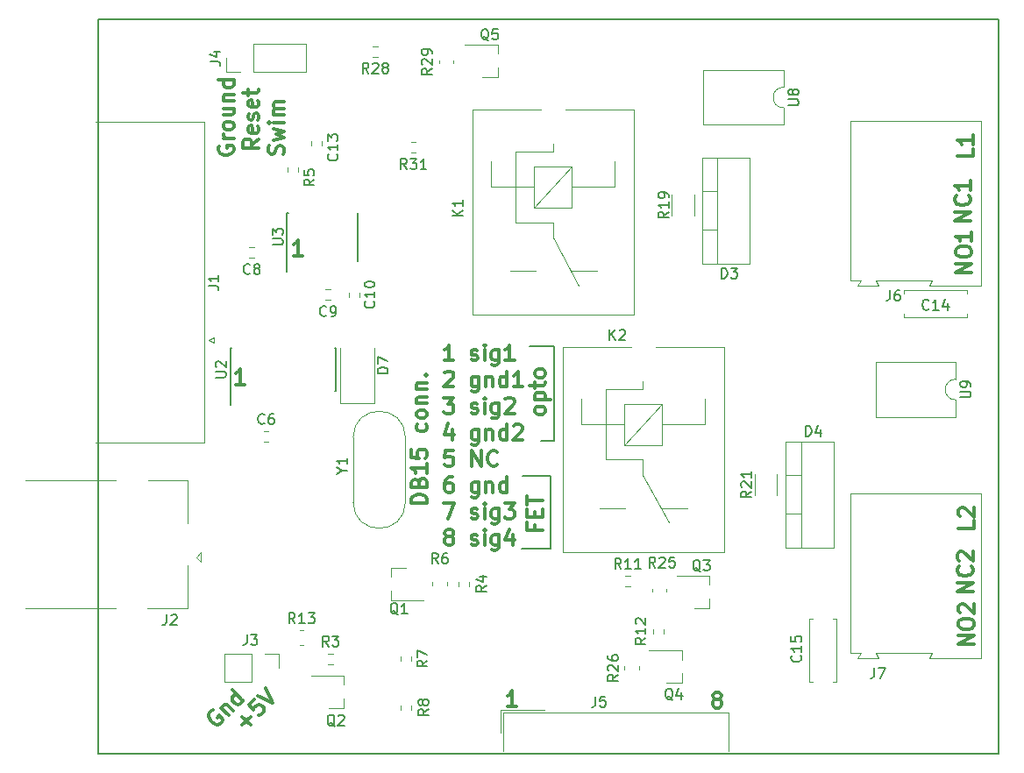
<source format=gbr>
G04 #@! TF.GenerationSoftware,KiCad,Pcbnew,6.0.0-rc1-unknown*
G04 #@! TF.CreationDate,2019-01-01T14:04:30+03:00
G04 #@! TF.ProjectId,socket,736f636b-6574-42e6-9b69-6361645f7063,rev?*
G04 #@! TF.SameCoordinates,Original*
G04 #@! TF.FileFunction,Legend,Top*
G04 #@! TF.FilePolarity,Positive*
%FSLAX46Y46*%
G04 Gerber Fmt 4.6, Leading zero omitted, Abs format (unit mm)*
G04 Created by KiCad (PCBNEW 6.0.0-rc1-unknown) date Вт 01 янв 2019 14:04:30*
%MOMM*%
%LPD*%
G04 APERTURE LIST*
%ADD10C,0.300000*%
%ADD11C,0.200000*%
%ADD12C,0.150000*%
%ADD13C,0.120000*%
G04 APERTURE END LIST*
D10*
X70274571Y-68789571D02*
X68774571Y-68789571D01*
X68774571Y-68432428D01*
X68846000Y-68218142D01*
X68988857Y-68075285D01*
X69131714Y-68003857D01*
X69417428Y-67932428D01*
X69631714Y-67932428D01*
X69917428Y-68003857D01*
X70060285Y-68075285D01*
X70203142Y-68218142D01*
X70274571Y-68432428D01*
X70274571Y-68789571D01*
X69488857Y-66789571D02*
X69560285Y-66575285D01*
X69631714Y-66503857D01*
X69774571Y-66432428D01*
X69988857Y-66432428D01*
X70131714Y-66503857D01*
X70203142Y-66575285D01*
X70274571Y-66718142D01*
X70274571Y-67289571D01*
X68774571Y-67289571D01*
X68774571Y-66789571D01*
X68846000Y-66646714D01*
X68917428Y-66575285D01*
X69060285Y-66503857D01*
X69203142Y-66503857D01*
X69346000Y-66575285D01*
X69417428Y-66646714D01*
X69488857Y-66789571D01*
X69488857Y-67289571D01*
X70274571Y-65003857D02*
X70274571Y-65861000D01*
X70274571Y-65432428D02*
X68774571Y-65432428D01*
X68988857Y-65575285D01*
X69131714Y-65718142D01*
X69203142Y-65861000D01*
X68774571Y-63646714D02*
X68774571Y-64361000D01*
X69488857Y-64432428D01*
X69417428Y-64361000D01*
X69346000Y-64218142D01*
X69346000Y-63861000D01*
X69417428Y-63718142D01*
X69488857Y-63646714D01*
X69631714Y-63575285D01*
X69988857Y-63575285D01*
X70131714Y-63646714D01*
X70203142Y-63718142D01*
X70274571Y-63861000D01*
X70274571Y-64218142D01*
X70203142Y-64361000D01*
X70131714Y-64432428D01*
X70203142Y-61146714D02*
X70274571Y-61289571D01*
X70274571Y-61575285D01*
X70203142Y-61718142D01*
X70131714Y-61789571D01*
X69988857Y-61861000D01*
X69560285Y-61861000D01*
X69417428Y-61789571D01*
X69346000Y-61718142D01*
X69274571Y-61575285D01*
X69274571Y-61289571D01*
X69346000Y-61146714D01*
X70274571Y-60289571D02*
X70203142Y-60432428D01*
X70131714Y-60503857D01*
X69988857Y-60575285D01*
X69560285Y-60575285D01*
X69417428Y-60503857D01*
X69346000Y-60432428D01*
X69274571Y-60289571D01*
X69274571Y-60075285D01*
X69346000Y-59932428D01*
X69417428Y-59861000D01*
X69560285Y-59789571D01*
X69988857Y-59789571D01*
X70131714Y-59861000D01*
X70203142Y-59932428D01*
X70274571Y-60075285D01*
X70274571Y-60289571D01*
X69274571Y-59146714D02*
X70274571Y-59146714D01*
X69417428Y-59146714D02*
X69346000Y-59075285D01*
X69274571Y-58932428D01*
X69274571Y-58718142D01*
X69346000Y-58575285D01*
X69488857Y-58503857D01*
X70274571Y-58503857D01*
X69274571Y-57789571D02*
X70274571Y-57789571D01*
X69417428Y-57789571D02*
X69346000Y-57718142D01*
X69274571Y-57575285D01*
X69274571Y-57361000D01*
X69346000Y-57218142D01*
X69488857Y-57146714D01*
X70274571Y-57146714D01*
X70131714Y-56432428D02*
X70203142Y-56361000D01*
X70274571Y-56432428D01*
X70203142Y-56503857D01*
X70131714Y-56432428D01*
X70274571Y-56432428D01*
X98155142Y-87705428D02*
X98012285Y-87634000D01*
X97940857Y-87562571D01*
X97869428Y-87419714D01*
X97869428Y-87348285D01*
X97940857Y-87205428D01*
X98012285Y-87134000D01*
X98155142Y-87062571D01*
X98440857Y-87062571D01*
X98583714Y-87134000D01*
X98655142Y-87205428D01*
X98726571Y-87348285D01*
X98726571Y-87419714D01*
X98655142Y-87562571D01*
X98583714Y-87634000D01*
X98440857Y-87705428D01*
X98155142Y-87705428D01*
X98012285Y-87776857D01*
X97940857Y-87848285D01*
X97869428Y-87991142D01*
X97869428Y-88276857D01*
X97940857Y-88419714D01*
X98012285Y-88491142D01*
X98155142Y-88562571D01*
X98440857Y-88562571D01*
X98583714Y-88491142D01*
X98655142Y-88419714D01*
X98726571Y-88276857D01*
X98726571Y-87991142D01*
X98655142Y-87848285D01*
X98583714Y-87776857D01*
X98440857Y-87705428D01*
X78914571Y-88435571D02*
X78057428Y-88435571D01*
X78486000Y-88435571D02*
X78486000Y-86935571D01*
X78343142Y-87149857D01*
X78200285Y-87292714D01*
X78057428Y-87364142D01*
D11*
X82169000Y-73152000D02*
X79375000Y-73152000D01*
X82169000Y-66167000D02*
X82169000Y-73152000D01*
X79502000Y-66167000D02*
X82169000Y-66167000D01*
D10*
X80664857Y-70885714D02*
X80664857Y-71385714D01*
X81450571Y-71385714D02*
X79950571Y-71385714D01*
X79950571Y-70671428D01*
X80664857Y-70100000D02*
X80664857Y-69600000D01*
X81450571Y-69385714D02*
X81450571Y-70100000D01*
X79950571Y-70100000D01*
X79950571Y-69385714D01*
X79950571Y-68957142D02*
X79950571Y-68100000D01*
X81450571Y-68528571D02*
X79950571Y-68528571D01*
D11*
X82550000Y-62738000D02*
X81280000Y-62738000D01*
X82550000Y-53594000D02*
X82550000Y-62738000D01*
X80137000Y-53594000D02*
X82550000Y-53594000D01*
D10*
X81704571Y-59931857D02*
X81633142Y-60074714D01*
X81561714Y-60146142D01*
X81418857Y-60217571D01*
X80990285Y-60217571D01*
X80847428Y-60146142D01*
X80776000Y-60074714D01*
X80704571Y-59931857D01*
X80704571Y-59717571D01*
X80776000Y-59574714D01*
X80847428Y-59503285D01*
X80990285Y-59431857D01*
X81418857Y-59431857D01*
X81561714Y-59503285D01*
X81633142Y-59574714D01*
X81704571Y-59717571D01*
X81704571Y-59931857D01*
X80704571Y-58789000D02*
X82204571Y-58789000D01*
X80776000Y-58789000D02*
X80704571Y-58646142D01*
X80704571Y-58360428D01*
X80776000Y-58217571D01*
X80847428Y-58146142D01*
X80990285Y-58074714D01*
X81418857Y-58074714D01*
X81561714Y-58146142D01*
X81633142Y-58217571D01*
X81704571Y-58360428D01*
X81704571Y-58646142D01*
X81633142Y-58789000D01*
X80704571Y-57646142D02*
X80704571Y-57074714D01*
X80204571Y-57431857D02*
X81490285Y-57431857D01*
X81633142Y-57360428D01*
X81704571Y-57217571D01*
X81704571Y-57074714D01*
X81704571Y-56360428D02*
X81633142Y-56503285D01*
X81561714Y-56574714D01*
X81418857Y-56646142D01*
X80990285Y-56646142D01*
X80847428Y-56574714D01*
X80776000Y-56503285D01*
X80704571Y-56360428D01*
X80704571Y-56146142D01*
X80776000Y-56003285D01*
X80847428Y-55931857D01*
X80990285Y-55860428D01*
X81418857Y-55860428D01*
X81561714Y-55931857D01*
X81633142Y-56003285D01*
X81704571Y-56146142D01*
X81704571Y-56360428D01*
X72838857Y-54999571D02*
X71981714Y-54999571D01*
X72410285Y-54999571D02*
X72410285Y-53499571D01*
X72267428Y-53713857D01*
X72124571Y-53856714D01*
X71981714Y-53928142D01*
X74553142Y-54928142D02*
X74696000Y-54999571D01*
X74981714Y-54999571D01*
X75124571Y-54928142D01*
X75196000Y-54785285D01*
X75196000Y-54713857D01*
X75124571Y-54571000D01*
X74981714Y-54499571D01*
X74767428Y-54499571D01*
X74624571Y-54428142D01*
X74553142Y-54285285D01*
X74553142Y-54213857D01*
X74624571Y-54071000D01*
X74767428Y-53999571D01*
X74981714Y-53999571D01*
X75124571Y-54071000D01*
X75838857Y-54999571D02*
X75838857Y-53999571D01*
X75838857Y-53499571D02*
X75767428Y-53571000D01*
X75838857Y-53642428D01*
X75910285Y-53571000D01*
X75838857Y-53499571D01*
X75838857Y-53642428D01*
X77196000Y-53999571D02*
X77196000Y-55213857D01*
X77124571Y-55356714D01*
X77053142Y-55428142D01*
X76910285Y-55499571D01*
X76696000Y-55499571D01*
X76553142Y-55428142D01*
X77196000Y-54928142D02*
X77053142Y-54999571D01*
X76767428Y-54999571D01*
X76624571Y-54928142D01*
X76553142Y-54856714D01*
X76481714Y-54713857D01*
X76481714Y-54285285D01*
X76553142Y-54142428D01*
X76624571Y-54071000D01*
X76767428Y-53999571D01*
X77053142Y-53999571D01*
X77196000Y-54071000D01*
X78696000Y-54999571D02*
X77838857Y-54999571D01*
X78267428Y-54999571D02*
X78267428Y-53499571D01*
X78124571Y-53713857D01*
X77981714Y-53856714D01*
X77838857Y-53928142D01*
X71981714Y-56192428D02*
X72053142Y-56121000D01*
X72196000Y-56049571D01*
X72553142Y-56049571D01*
X72696000Y-56121000D01*
X72767428Y-56192428D01*
X72838857Y-56335285D01*
X72838857Y-56478142D01*
X72767428Y-56692428D01*
X71910285Y-57549571D01*
X72838857Y-57549571D01*
X75267428Y-56549571D02*
X75267428Y-57763857D01*
X75196000Y-57906714D01*
X75124571Y-57978142D01*
X74981714Y-58049571D01*
X74767428Y-58049571D01*
X74624571Y-57978142D01*
X75267428Y-57478142D02*
X75124571Y-57549571D01*
X74838857Y-57549571D01*
X74696000Y-57478142D01*
X74624571Y-57406714D01*
X74553142Y-57263857D01*
X74553142Y-56835285D01*
X74624571Y-56692428D01*
X74696000Y-56621000D01*
X74838857Y-56549571D01*
X75124571Y-56549571D01*
X75267428Y-56621000D01*
X75981714Y-56549571D02*
X75981714Y-57549571D01*
X75981714Y-56692428D02*
X76053142Y-56621000D01*
X76196000Y-56549571D01*
X76410285Y-56549571D01*
X76553142Y-56621000D01*
X76624571Y-56763857D01*
X76624571Y-57549571D01*
X77981714Y-57549571D02*
X77981714Y-56049571D01*
X77981714Y-57478142D02*
X77838857Y-57549571D01*
X77553142Y-57549571D01*
X77410285Y-57478142D01*
X77338857Y-57406714D01*
X77267428Y-57263857D01*
X77267428Y-56835285D01*
X77338857Y-56692428D01*
X77410285Y-56621000D01*
X77553142Y-56549571D01*
X77838857Y-56549571D01*
X77981714Y-56621000D01*
X79481714Y-57549571D02*
X78624571Y-57549571D01*
X79053142Y-57549571D02*
X79053142Y-56049571D01*
X78910285Y-56263857D01*
X78767428Y-56406714D01*
X78624571Y-56478142D01*
X71910285Y-58599571D02*
X72838857Y-58599571D01*
X72338857Y-59171000D01*
X72553142Y-59171000D01*
X72696000Y-59242428D01*
X72767428Y-59313857D01*
X72838857Y-59456714D01*
X72838857Y-59813857D01*
X72767428Y-59956714D01*
X72696000Y-60028142D01*
X72553142Y-60099571D01*
X72124571Y-60099571D01*
X71981714Y-60028142D01*
X71910285Y-59956714D01*
X74553142Y-60028142D02*
X74696000Y-60099571D01*
X74981714Y-60099571D01*
X75124571Y-60028142D01*
X75196000Y-59885285D01*
X75196000Y-59813857D01*
X75124571Y-59671000D01*
X74981714Y-59599571D01*
X74767428Y-59599571D01*
X74624571Y-59528142D01*
X74553142Y-59385285D01*
X74553142Y-59313857D01*
X74624571Y-59171000D01*
X74767428Y-59099571D01*
X74981714Y-59099571D01*
X75124571Y-59171000D01*
X75838857Y-60099571D02*
X75838857Y-59099571D01*
X75838857Y-58599571D02*
X75767428Y-58671000D01*
X75838857Y-58742428D01*
X75910285Y-58671000D01*
X75838857Y-58599571D01*
X75838857Y-58742428D01*
X77196000Y-59099571D02*
X77196000Y-60313857D01*
X77124571Y-60456714D01*
X77053142Y-60528142D01*
X76910285Y-60599571D01*
X76696000Y-60599571D01*
X76553142Y-60528142D01*
X77196000Y-60028142D02*
X77053142Y-60099571D01*
X76767428Y-60099571D01*
X76624571Y-60028142D01*
X76553142Y-59956714D01*
X76481714Y-59813857D01*
X76481714Y-59385285D01*
X76553142Y-59242428D01*
X76624571Y-59171000D01*
X76767428Y-59099571D01*
X77053142Y-59099571D01*
X77196000Y-59171000D01*
X77838857Y-58742428D02*
X77910285Y-58671000D01*
X78053142Y-58599571D01*
X78410285Y-58599571D01*
X78553142Y-58671000D01*
X78624571Y-58742428D01*
X78696000Y-58885285D01*
X78696000Y-59028142D01*
X78624571Y-59242428D01*
X77767428Y-60099571D01*
X78696000Y-60099571D01*
X72696000Y-61649571D02*
X72696000Y-62649571D01*
X72338857Y-61078142D02*
X71981714Y-62149571D01*
X72910285Y-62149571D01*
X75267428Y-61649571D02*
X75267428Y-62863857D01*
X75196000Y-63006714D01*
X75124571Y-63078142D01*
X74981714Y-63149571D01*
X74767428Y-63149571D01*
X74624571Y-63078142D01*
X75267428Y-62578142D02*
X75124571Y-62649571D01*
X74838857Y-62649571D01*
X74696000Y-62578142D01*
X74624571Y-62506714D01*
X74553142Y-62363857D01*
X74553142Y-61935285D01*
X74624571Y-61792428D01*
X74696000Y-61721000D01*
X74838857Y-61649571D01*
X75124571Y-61649571D01*
X75267428Y-61721000D01*
X75981714Y-61649571D02*
X75981714Y-62649571D01*
X75981714Y-61792428D02*
X76053142Y-61721000D01*
X76196000Y-61649571D01*
X76410285Y-61649571D01*
X76553142Y-61721000D01*
X76624571Y-61863857D01*
X76624571Y-62649571D01*
X77981714Y-62649571D02*
X77981714Y-61149571D01*
X77981714Y-62578142D02*
X77838857Y-62649571D01*
X77553142Y-62649571D01*
X77410285Y-62578142D01*
X77338857Y-62506714D01*
X77267428Y-62363857D01*
X77267428Y-61935285D01*
X77338857Y-61792428D01*
X77410285Y-61721000D01*
X77553142Y-61649571D01*
X77838857Y-61649571D01*
X77981714Y-61721000D01*
X78624571Y-61292428D02*
X78696000Y-61221000D01*
X78838857Y-61149571D01*
X79196000Y-61149571D01*
X79338857Y-61221000D01*
X79410285Y-61292428D01*
X79481714Y-61435285D01*
X79481714Y-61578142D01*
X79410285Y-61792428D01*
X78553142Y-62649571D01*
X79481714Y-62649571D01*
X72767428Y-63699571D02*
X72053142Y-63699571D01*
X71981714Y-64413857D01*
X72053142Y-64342428D01*
X72196000Y-64271000D01*
X72553142Y-64271000D01*
X72696000Y-64342428D01*
X72767428Y-64413857D01*
X72838857Y-64556714D01*
X72838857Y-64913857D01*
X72767428Y-65056714D01*
X72696000Y-65128142D01*
X72553142Y-65199571D01*
X72196000Y-65199571D01*
X72053142Y-65128142D01*
X71981714Y-65056714D01*
X74624571Y-65199571D02*
X74624571Y-63699571D01*
X75481714Y-65199571D01*
X75481714Y-63699571D01*
X77053142Y-65056714D02*
X76981714Y-65128142D01*
X76767428Y-65199571D01*
X76624571Y-65199571D01*
X76410285Y-65128142D01*
X76267428Y-64985285D01*
X76196000Y-64842428D01*
X76124571Y-64556714D01*
X76124571Y-64342428D01*
X76196000Y-64056714D01*
X76267428Y-63913857D01*
X76410285Y-63771000D01*
X76624571Y-63699571D01*
X76767428Y-63699571D01*
X76981714Y-63771000D01*
X77053142Y-63842428D01*
X72696000Y-66249571D02*
X72410285Y-66249571D01*
X72267428Y-66321000D01*
X72196000Y-66392428D01*
X72053142Y-66606714D01*
X71981714Y-66892428D01*
X71981714Y-67463857D01*
X72053142Y-67606714D01*
X72124571Y-67678142D01*
X72267428Y-67749571D01*
X72553142Y-67749571D01*
X72696000Y-67678142D01*
X72767428Y-67606714D01*
X72838857Y-67463857D01*
X72838857Y-67106714D01*
X72767428Y-66963857D01*
X72696000Y-66892428D01*
X72553142Y-66821000D01*
X72267428Y-66821000D01*
X72124571Y-66892428D01*
X72053142Y-66963857D01*
X71981714Y-67106714D01*
X75267428Y-66749571D02*
X75267428Y-67963857D01*
X75196000Y-68106714D01*
X75124571Y-68178142D01*
X74981714Y-68249571D01*
X74767428Y-68249571D01*
X74624571Y-68178142D01*
X75267428Y-67678142D02*
X75124571Y-67749571D01*
X74838857Y-67749571D01*
X74696000Y-67678142D01*
X74624571Y-67606714D01*
X74553142Y-67463857D01*
X74553142Y-67035285D01*
X74624571Y-66892428D01*
X74696000Y-66821000D01*
X74838857Y-66749571D01*
X75124571Y-66749571D01*
X75267428Y-66821000D01*
X75981714Y-66749571D02*
X75981714Y-67749571D01*
X75981714Y-66892428D02*
X76053142Y-66821000D01*
X76196000Y-66749571D01*
X76410285Y-66749571D01*
X76553142Y-66821000D01*
X76624571Y-66963857D01*
X76624571Y-67749571D01*
X77981714Y-67749571D02*
X77981714Y-66249571D01*
X77981714Y-67678142D02*
X77838857Y-67749571D01*
X77553142Y-67749571D01*
X77410285Y-67678142D01*
X77338857Y-67606714D01*
X77267428Y-67463857D01*
X77267428Y-67035285D01*
X77338857Y-66892428D01*
X77410285Y-66821000D01*
X77553142Y-66749571D01*
X77838857Y-66749571D01*
X77981714Y-66821000D01*
X71910285Y-68799571D02*
X72910285Y-68799571D01*
X72267428Y-70299571D01*
X74553142Y-70228142D02*
X74696000Y-70299571D01*
X74981714Y-70299571D01*
X75124571Y-70228142D01*
X75196000Y-70085285D01*
X75196000Y-70013857D01*
X75124571Y-69871000D01*
X74981714Y-69799571D01*
X74767428Y-69799571D01*
X74624571Y-69728142D01*
X74553142Y-69585285D01*
X74553142Y-69513857D01*
X74624571Y-69371000D01*
X74767428Y-69299571D01*
X74981714Y-69299571D01*
X75124571Y-69371000D01*
X75838857Y-70299571D02*
X75838857Y-69299571D01*
X75838857Y-68799571D02*
X75767428Y-68871000D01*
X75838857Y-68942428D01*
X75910285Y-68871000D01*
X75838857Y-68799571D01*
X75838857Y-68942428D01*
X77196000Y-69299571D02*
X77196000Y-70513857D01*
X77124571Y-70656714D01*
X77053142Y-70728142D01*
X76910285Y-70799571D01*
X76696000Y-70799571D01*
X76553142Y-70728142D01*
X77196000Y-70228142D02*
X77053142Y-70299571D01*
X76767428Y-70299571D01*
X76624571Y-70228142D01*
X76553142Y-70156714D01*
X76481714Y-70013857D01*
X76481714Y-69585285D01*
X76553142Y-69442428D01*
X76624571Y-69371000D01*
X76767428Y-69299571D01*
X77053142Y-69299571D01*
X77196000Y-69371000D01*
X77767428Y-68799571D02*
X78696000Y-68799571D01*
X78196000Y-69371000D01*
X78410285Y-69371000D01*
X78553142Y-69442428D01*
X78624571Y-69513857D01*
X78696000Y-69656714D01*
X78696000Y-70013857D01*
X78624571Y-70156714D01*
X78553142Y-70228142D01*
X78410285Y-70299571D01*
X77981714Y-70299571D01*
X77838857Y-70228142D01*
X77767428Y-70156714D01*
X72267428Y-71992428D02*
X72124571Y-71921000D01*
X72053142Y-71849571D01*
X71981714Y-71706714D01*
X71981714Y-71635285D01*
X72053142Y-71492428D01*
X72124571Y-71421000D01*
X72267428Y-71349571D01*
X72553142Y-71349571D01*
X72696000Y-71421000D01*
X72767428Y-71492428D01*
X72838857Y-71635285D01*
X72838857Y-71706714D01*
X72767428Y-71849571D01*
X72696000Y-71921000D01*
X72553142Y-71992428D01*
X72267428Y-71992428D01*
X72124571Y-72063857D01*
X72053142Y-72135285D01*
X71981714Y-72278142D01*
X71981714Y-72563857D01*
X72053142Y-72706714D01*
X72124571Y-72778142D01*
X72267428Y-72849571D01*
X72553142Y-72849571D01*
X72696000Y-72778142D01*
X72767428Y-72706714D01*
X72838857Y-72563857D01*
X72838857Y-72278142D01*
X72767428Y-72135285D01*
X72696000Y-72063857D01*
X72553142Y-71992428D01*
X74553142Y-72778142D02*
X74696000Y-72849571D01*
X74981714Y-72849571D01*
X75124571Y-72778142D01*
X75196000Y-72635285D01*
X75196000Y-72563857D01*
X75124571Y-72421000D01*
X74981714Y-72349571D01*
X74767428Y-72349571D01*
X74624571Y-72278142D01*
X74553142Y-72135285D01*
X74553142Y-72063857D01*
X74624571Y-71921000D01*
X74767428Y-71849571D01*
X74981714Y-71849571D01*
X75124571Y-71921000D01*
X75838857Y-72849571D02*
X75838857Y-71849571D01*
X75838857Y-71349571D02*
X75767428Y-71421000D01*
X75838857Y-71492428D01*
X75910285Y-71421000D01*
X75838857Y-71349571D01*
X75838857Y-71492428D01*
X77196000Y-71849571D02*
X77196000Y-73063857D01*
X77124571Y-73206714D01*
X77053142Y-73278142D01*
X76910285Y-73349571D01*
X76696000Y-73349571D01*
X76553142Y-73278142D01*
X77196000Y-72778142D02*
X77053142Y-72849571D01*
X76767428Y-72849571D01*
X76624571Y-72778142D01*
X76553142Y-72706714D01*
X76481714Y-72563857D01*
X76481714Y-72135285D01*
X76553142Y-71992428D01*
X76624571Y-71921000D01*
X76767428Y-71849571D01*
X77053142Y-71849571D01*
X77196000Y-71921000D01*
X78553142Y-71849571D02*
X78553142Y-72849571D01*
X78196000Y-71278142D02*
X77838857Y-72349571D01*
X78767428Y-72349571D01*
X52625571Y-57320571D02*
X51768428Y-57320571D01*
X52197000Y-57320571D02*
X52197000Y-55820571D01*
X52054142Y-56034857D01*
X51911285Y-56177714D01*
X51768428Y-56249142D01*
X58213571Y-44874571D02*
X57356428Y-44874571D01*
X57785000Y-44874571D02*
X57785000Y-43374571D01*
X57642142Y-43588857D01*
X57499285Y-43731714D01*
X57356428Y-43803142D01*
X49587816Y-88797522D02*
X49436294Y-88848030D01*
X49284771Y-88999553D01*
X49183755Y-89201583D01*
X49183755Y-89403614D01*
X49234263Y-89555137D01*
X49385786Y-89807675D01*
X49537309Y-89959198D01*
X49789847Y-90110721D01*
X49941370Y-90161228D01*
X50143400Y-90161228D01*
X50345431Y-90060213D01*
X50446446Y-89959198D01*
X50547461Y-89757167D01*
X50547461Y-89656152D01*
X50193908Y-89302599D01*
X49991877Y-89504629D01*
X50395938Y-88595492D02*
X51103045Y-89302599D01*
X50496954Y-88696507D02*
X50496954Y-88595492D01*
X50547461Y-88443969D01*
X50698984Y-88292446D01*
X50850507Y-88241938D01*
X51002030Y-88292446D01*
X51557614Y-88848030D01*
X52517259Y-87888385D02*
X51456599Y-86827725D01*
X52466751Y-87837877D02*
X52416244Y-87989400D01*
X52214213Y-88191431D01*
X52062690Y-88241938D01*
X51961675Y-88241938D01*
X51810152Y-88191431D01*
X51507106Y-87888385D01*
X51456599Y-87736862D01*
X51456599Y-87635847D01*
X51507106Y-87484324D01*
X51709137Y-87282294D01*
X51860660Y-87231786D01*
X52433055Y-90212467D02*
X53241177Y-89404345D01*
X53241177Y-90212467D02*
X52433055Y-89404345D01*
X53594730Y-87737593D02*
X53089654Y-88242669D01*
X53544223Y-88798253D01*
X53544223Y-88697238D01*
X53594730Y-88545715D01*
X53847269Y-88293177D01*
X53998791Y-88242669D01*
X54099807Y-88242669D01*
X54251330Y-88293177D01*
X54503868Y-88545715D01*
X54554375Y-88697238D01*
X54554375Y-88798253D01*
X54503868Y-88949776D01*
X54251330Y-89202314D01*
X54099807Y-89252822D01*
X53998791Y-89252822D01*
X53948284Y-87384040D02*
X55362497Y-88091147D01*
X54655391Y-86676933D01*
X56360142Y-35083428D02*
X56431571Y-34869142D01*
X56431571Y-34512000D01*
X56360142Y-34369142D01*
X56288714Y-34297714D01*
X56145857Y-34226285D01*
X56003000Y-34226285D01*
X55860142Y-34297714D01*
X55788714Y-34369142D01*
X55717285Y-34512000D01*
X55645857Y-34797714D01*
X55574428Y-34940571D01*
X55503000Y-35012000D01*
X55360142Y-35083428D01*
X55217285Y-35083428D01*
X55074428Y-35012000D01*
X55003000Y-34940571D01*
X54931571Y-34797714D01*
X54931571Y-34440571D01*
X55003000Y-34226285D01*
X55431571Y-33726285D02*
X56431571Y-33440571D01*
X55717285Y-33154857D01*
X56431571Y-32869142D01*
X55431571Y-32583428D01*
X56431571Y-32012000D02*
X55431571Y-32012000D01*
X54931571Y-32012000D02*
X55003000Y-32083428D01*
X55074428Y-32012000D01*
X55003000Y-31940571D01*
X54931571Y-32012000D01*
X55074428Y-32012000D01*
X56431571Y-31297714D02*
X55431571Y-31297714D01*
X55574428Y-31297714D02*
X55503000Y-31226285D01*
X55431571Y-31083428D01*
X55431571Y-30869142D01*
X55503000Y-30726285D01*
X55645857Y-30654857D01*
X56431571Y-30654857D01*
X55645857Y-30654857D02*
X55503000Y-30583428D01*
X55431571Y-30440571D01*
X55431571Y-30226285D01*
X55503000Y-30083428D01*
X55645857Y-30012000D01*
X56431571Y-30012000D01*
X54018571Y-33607142D02*
X53304285Y-34107142D01*
X54018571Y-34464285D02*
X52518571Y-34464285D01*
X52518571Y-33892857D01*
X52590000Y-33750000D01*
X52661428Y-33678571D01*
X52804285Y-33607142D01*
X53018571Y-33607142D01*
X53161428Y-33678571D01*
X53232857Y-33750000D01*
X53304285Y-33892857D01*
X53304285Y-34464285D01*
X53947142Y-32392857D02*
X54018571Y-32535714D01*
X54018571Y-32821428D01*
X53947142Y-32964285D01*
X53804285Y-33035714D01*
X53232857Y-33035714D01*
X53090000Y-32964285D01*
X53018571Y-32821428D01*
X53018571Y-32535714D01*
X53090000Y-32392857D01*
X53232857Y-32321428D01*
X53375714Y-32321428D01*
X53518571Y-33035714D01*
X53947142Y-31750000D02*
X54018571Y-31607142D01*
X54018571Y-31321428D01*
X53947142Y-31178571D01*
X53804285Y-31107142D01*
X53732857Y-31107142D01*
X53590000Y-31178571D01*
X53518571Y-31321428D01*
X53518571Y-31535714D01*
X53447142Y-31678571D01*
X53304285Y-31750000D01*
X53232857Y-31750000D01*
X53090000Y-31678571D01*
X53018571Y-31535714D01*
X53018571Y-31321428D01*
X53090000Y-31178571D01*
X53947142Y-29892857D02*
X54018571Y-30035714D01*
X54018571Y-30321428D01*
X53947142Y-30464285D01*
X53804285Y-30535714D01*
X53232857Y-30535714D01*
X53090000Y-30464285D01*
X53018571Y-30321428D01*
X53018571Y-30035714D01*
X53090000Y-29892857D01*
X53232857Y-29821428D01*
X53375714Y-29821428D01*
X53518571Y-30535714D01*
X53018571Y-29392857D02*
X53018571Y-28821428D01*
X52518571Y-29178571D02*
X53804285Y-29178571D01*
X53947142Y-29107142D01*
X54018571Y-28964285D01*
X54018571Y-28821428D01*
X50177000Y-34281714D02*
X50105571Y-34424571D01*
X50105571Y-34638857D01*
X50177000Y-34853142D01*
X50319857Y-34996000D01*
X50462714Y-35067428D01*
X50748428Y-35138857D01*
X50962714Y-35138857D01*
X51248428Y-35067428D01*
X51391285Y-34996000D01*
X51534142Y-34853142D01*
X51605571Y-34638857D01*
X51605571Y-34496000D01*
X51534142Y-34281714D01*
X51462714Y-34210285D01*
X50962714Y-34210285D01*
X50962714Y-34496000D01*
X51605571Y-33567428D02*
X50605571Y-33567428D01*
X50891285Y-33567428D02*
X50748428Y-33496000D01*
X50677000Y-33424571D01*
X50605571Y-33281714D01*
X50605571Y-33138857D01*
X51605571Y-32424571D02*
X51534142Y-32567428D01*
X51462714Y-32638857D01*
X51319857Y-32710285D01*
X50891285Y-32710285D01*
X50748428Y-32638857D01*
X50677000Y-32567428D01*
X50605571Y-32424571D01*
X50605571Y-32210285D01*
X50677000Y-32067428D01*
X50748428Y-31996000D01*
X50891285Y-31924571D01*
X51319857Y-31924571D01*
X51462714Y-31996000D01*
X51534142Y-32067428D01*
X51605571Y-32210285D01*
X51605571Y-32424571D01*
X50605571Y-30638857D02*
X51605571Y-30638857D01*
X50605571Y-31281714D02*
X51391285Y-31281714D01*
X51534142Y-31210285D01*
X51605571Y-31067428D01*
X51605571Y-30853142D01*
X51534142Y-30710285D01*
X51462714Y-30638857D01*
X50605571Y-29924571D02*
X51605571Y-29924571D01*
X50748428Y-29924571D02*
X50677000Y-29853142D01*
X50605571Y-29710285D01*
X50605571Y-29496000D01*
X50677000Y-29353142D01*
X50819857Y-29281714D01*
X51605571Y-29281714D01*
X51605571Y-27924571D02*
X50105571Y-27924571D01*
X51534142Y-27924571D02*
X51605571Y-28067428D01*
X51605571Y-28353142D01*
X51534142Y-28496000D01*
X51462714Y-28567428D01*
X51319857Y-28638857D01*
X50891285Y-28638857D01*
X50748428Y-28567428D01*
X50677000Y-28496000D01*
X50605571Y-28353142D01*
X50605571Y-28067428D01*
X50677000Y-27924571D01*
X123106571Y-82446571D02*
X121606571Y-82446571D01*
X123106571Y-81589428D01*
X121606571Y-81589428D01*
X121606571Y-80589428D02*
X121606571Y-80303714D01*
X121678000Y-80160857D01*
X121820857Y-80018000D01*
X122106571Y-79946571D01*
X122606571Y-79946571D01*
X122892285Y-80018000D01*
X123035142Y-80160857D01*
X123106571Y-80303714D01*
X123106571Y-80589428D01*
X123035142Y-80732285D01*
X122892285Y-80875142D01*
X122606571Y-80946571D01*
X122106571Y-80946571D01*
X121820857Y-80875142D01*
X121678000Y-80732285D01*
X121606571Y-80589428D01*
X121749428Y-79375142D02*
X121678000Y-79303714D01*
X121606571Y-79160857D01*
X121606571Y-78803714D01*
X121678000Y-78660857D01*
X121749428Y-78589428D01*
X121892285Y-78518000D01*
X122035142Y-78518000D01*
X122249428Y-78589428D01*
X123106571Y-79446571D01*
X123106571Y-78518000D01*
X123106571Y-70481000D02*
X123106571Y-71195285D01*
X121606571Y-71195285D01*
X121749428Y-70052428D02*
X121678000Y-69981000D01*
X121606571Y-69838142D01*
X121606571Y-69481000D01*
X121678000Y-69338142D01*
X121749428Y-69266714D01*
X121892285Y-69195285D01*
X122035142Y-69195285D01*
X122249428Y-69266714D01*
X123106571Y-70123857D01*
X123106571Y-69195285D01*
X122852571Y-46505571D02*
X121352571Y-46505571D01*
X122852571Y-45648428D01*
X121352571Y-45648428D01*
X121352571Y-44648428D02*
X121352571Y-44362714D01*
X121424000Y-44219857D01*
X121566857Y-44077000D01*
X121852571Y-44005571D01*
X122352571Y-44005571D01*
X122638285Y-44077000D01*
X122781142Y-44219857D01*
X122852571Y-44362714D01*
X122852571Y-44648428D01*
X122781142Y-44791285D01*
X122638285Y-44934142D01*
X122352571Y-45005571D01*
X121852571Y-45005571D01*
X121566857Y-44934142D01*
X121424000Y-44791285D01*
X121352571Y-44648428D01*
X122852571Y-42577000D02*
X122852571Y-43434142D01*
X122852571Y-43005571D02*
X121352571Y-43005571D01*
X121566857Y-43148428D01*
X121709714Y-43291285D01*
X121781142Y-43434142D01*
X122979571Y-34540000D02*
X122979571Y-35254285D01*
X121479571Y-35254285D01*
X122979571Y-33254285D02*
X122979571Y-34111428D01*
X122979571Y-33682857D02*
X121479571Y-33682857D01*
X121693857Y-33825714D01*
X121836714Y-33968571D01*
X121908142Y-34111428D01*
X122979571Y-77330857D02*
X121479571Y-77330857D01*
X122979571Y-76473714D01*
X121479571Y-76473714D01*
X122836714Y-74902285D02*
X122908142Y-74973714D01*
X122979571Y-75188000D01*
X122979571Y-75330857D01*
X122908142Y-75545142D01*
X122765285Y-75688000D01*
X122622428Y-75759428D01*
X122336714Y-75830857D01*
X122122428Y-75830857D01*
X121836714Y-75759428D01*
X121693857Y-75688000D01*
X121551000Y-75545142D01*
X121479571Y-75330857D01*
X121479571Y-75188000D01*
X121551000Y-74973714D01*
X121622428Y-74902285D01*
X121622428Y-74330857D02*
X121551000Y-74259428D01*
X121479571Y-74116571D01*
X121479571Y-73759428D01*
X121551000Y-73616571D01*
X121622428Y-73545142D01*
X121765285Y-73473714D01*
X121908142Y-73473714D01*
X122122428Y-73545142D01*
X122979571Y-74402285D01*
X122979571Y-73473714D01*
X122725571Y-41516857D02*
X121225571Y-41516857D01*
X122725571Y-40659714D01*
X121225571Y-40659714D01*
X122582714Y-39088285D02*
X122654142Y-39159714D01*
X122725571Y-39374000D01*
X122725571Y-39516857D01*
X122654142Y-39731142D01*
X122511285Y-39874000D01*
X122368428Y-39945428D01*
X122082714Y-40016857D01*
X121868428Y-40016857D01*
X121582714Y-39945428D01*
X121439857Y-39874000D01*
X121297000Y-39731142D01*
X121225571Y-39516857D01*
X121225571Y-39374000D01*
X121297000Y-39159714D01*
X121368428Y-39088285D01*
X122725571Y-37659714D02*
X122725571Y-38516857D01*
X122725571Y-38088285D02*
X121225571Y-38088285D01*
X121439857Y-38231142D01*
X121582714Y-38374000D01*
X121654142Y-38516857D01*
D12*
X125500000Y-93000000D02*
X38500000Y-93000000D01*
X38500000Y-22000000D02*
X125500000Y-22000000D01*
X125500000Y-22000000D02*
X125500000Y-93000000D01*
X38500000Y-22000000D02*
X38500000Y-93000000D01*
D13*
X54517000Y-61847000D02*
X54957000Y-61847000D01*
X54517000Y-62867000D02*
X54957000Y-62867000D01*
X53560000Y-45087000D02*
X53120000Y-45087000D01*
X53560000Y-44067000D02*
X53120000Y-44067000D01*
X60926000Y-49151000D02*
X60486000Y-49151000D01*
X60926000Y-48131000D02*
X60486000Y-48131000D01*
X62736000Y-48861000D02*
X62736000Y-48421000D01*
X63756000Y-48861000D02*
X63756000Y-48421000D01*
X96821000Y-45633000D02*
X96821000Y-35393000D01*
X101462000Y-45633000D02*
X101462000Y-35393000D01*
X96821000Y-45633000D02*
X101462000Y-45633000D01*
X96821000Y-35393000D02*
X101462000Y-35393000D01*
X98331000Y-45633000D02*
X98331000Y-35393000D01*
X96821000Y-42363000D02*
X98331000Y-42363000D01*
X96821000Y-38662000D02*
X98331000Y-38662000D01*
X104880000Y-73080000D02*
X104880000Y-62840000D01*
X109521000Y-73080000D02*
X109521000Y-62840000D01*
X104880000Y-73080000D02*
X109521000Y-73080000D01*
X104880000Y-62840000D02*
X109521000Y-62840000D01*
X106390000Y-73080000D02*
X106390000Y-62840000D01*
X104880000Y-69810000D02*
X106390000Y-69810000D01*
X104880000Y-66109000D02*
X106390000Y-66109000D01*
X40200000Y-66600000D02*
X31450000Y-66600000D01*
X47150000Y-66600000D02*
X43350000Y-66600000D01*
X47150000Y-70700000D02*
X47150000Y-66600000D01*
X40250000Y-78900000D02*
X31450000Y-78900000D01*
X47150000Y-78900000D02*
X43300000Y-78900000D01*
X47150000Y-74800000D02*
X47150000Y-78900000D01*
X48450000Y-73550000D02*
X48000000Y-74000000D01*
X48450000Y-74450000D02*
X48450000Y-73550000D01*
X48000000Y-74000000D02*
X48450000Y-74450000D01*
X50740000Y-83379000D02*
X50740000Y-86039000D01*
X53340000Y-83379000D02*
X50740000Y-83379000D01*
X53340000Y-86039000D02*
X50740000Y-86039000D01*
X53340000Y-83379000D02*
X53340000Y-86039000D01*
X54610000Y-83379000D02*
X55940000Y-83379000D01*
X55940000Y-83379000D02*
X55940000Y-84709000D01*
X58607000Y-27111000D02*
X58607000Y-24451000D01*
X53467000Y-27111000D02*
X58607000Y-27111000D01*
X53467000Y-24451000D02*
X58607000Y-24451000D01*
X53467000Y-27111000D02*
X53467000Y-24451000D01*
X52197000Y-27111000D02*
X50867000Y-27111000D01*
X50867000Y-27111000D02*
X50867000Y-25781000D01*
X99378333Y-92740000D02*
X99378333Y-89000000D01*
X99378333Y-89000000D02*
X77621667Y-89000000D01*
X77621667Y-89000000D02*
X77621667Y-92740000D01*
X77381667Y-91000000D02*
X77381667Y-88760000D01*
X77381667Y-88760000D02*
X81575000Y-88760000D01*
X123800000Y-31850000D02*
X111200000Y-31850000D01*
X111200000Y-31850000D02*
X111200000Y-47250000D01*
X111200000Y-47250000D02*
X112150000Y-47250000D01*
X112150000Y-47250000D02*
X111850000Y-47750000D01*
X111850000Y-47750000D02*
X113850000Y-47750000D01*
X113850000Y-47750000D02*
X113600000Y-47250000D01*
X113600000Y-47250000D02*
X119000000Y-47250000D01*
X119000000Y-47250000D02*
X118750000Y-47750000D01*
X118750000Y-47750000D02*
X123800000Y-47750000D01*
X123800000Y-47750000D02*
X123800000Y-31850000D01*
X123800000Y-67850000D02*
X111200000Y-67850000D01*
X111200000Y-67850000D02*
X111200000Y-83250000D01*
X111200000Y-83250000D02*
X112150000Y-83250000D01*
X112150000Y-83250000D02*
X111850000Y-83750000D01*
X111850000Y-83750000D02*
X113850000Y-83750000D01*
X113850000Y-83750000D02*
X113600000Y-83250000D01*
X113600000Y-83250000D02*
X119000000Y-83250000D01*
X119000000Y-83250000D02*
X118750000Y-83750000D01*
X118750000Y-83750000D02*
X123800000Y-83750000D01*
X123800000Y-83750000D02*
X123800000Y-67850000D01*
X81275000Y-30795000D02*
X74675000Y-30795000D01*
X90275000Y-30795000D02*
X83675000Y-30795000D01*
X90275000Y-30795000D02*
X90275000Y-50595000D01*
X90275000Y-50595000D02*
X74675000Y-50595000D01*
X74675000Y-50595000D02*
X74675000Y-30795000D01*
X78275000Y-46345000D02*
X80725000Y-46345000D01*
X86675000Y-46345000D02*
X84175000Y-46345000D01*
X76425000Y-35745000D02*
X76425000Y-38245000D01*
X82425000Y-34845000D02*
X82425000Y-34045000D01*
X88425000Y-38245000D02*
X88425000Y-35745000D01*
X82425000Y-41645000D02*
X82425000Y-43145000D01*
X82425000Y-43145000D02*
X84925000Y-47745000D01*
X78825000Y-41645000D02*
X78825000Y-34845000D01*
X82425000Y-41645000D02*
X78825000Y-41645000D01*
X82425000Y-34845000D02*
X78825000Y-34845000D01*
X88425000Y-38245000D02*
X84225000Y-38245000D01*
X80625000Y-38245000D02*
X76425000Y-38245000D01*
X80625000Y-40245000D02*
X84225000Y-36245000D01*
X80625000Y-36245000D02*
X84225000Y-36245000D01*
X84225000Y-36245000D02*
X84225000Y-40245000D01*
X84225000Y-40245000D02*
X80625000Y-40245000D01*
X80625000Y-40245000D02*
X80625000Y-36245000D01*
X89986000Y-53718000D02*
X83386000Y-53718000D01*
X98986000Y-53718000D02*
X92386000Y-53718000D01*
X98986000Y-53718000D02*
X98986000Y-73518000D01*
X98986000Y-73518000D02*
X83386000Y-73518000D01*
X83386000Y-73518000D02*
X83386000Y-53718000D01*
X86986000Y-69268000D02*
X89436000Y-69268000D01*
X95386000Y-69268000D02*
X92886000Y-69268000D01*
X85136000Y-58668000D02*
X85136000Y-61168000D01*
X91136000Y-57768000D02*
X91136000Y-56968000D01*
X97136000Y-61168000D02*
X97136000Y-58668000D01*
X91136000Y-64568000D02*
X91136000Y-66068000D01*
X91136000Y-66068000D02*
X93636000Y-70668000D01*
X87536000Y-64568000D02*
X87536000Y-57768000D01*
X91136000Y-64568000D02*
X87536000Y-64568000D01*
X91136000Y-57768000D02*
X87536000Y-57768000D01*
X97136000Y-61168000D02*
X92936000Y-61168000D01*
X89336000Y-61168000D02*
X85136000Y-61168000D01*
X89336000Y-63168000D02*
X92936000Y-59168000D01*
X89336000Y-59168000D02*
X92936000Y-59168000D01*
X92936000Y-59168000D02*
X92936000Y-63168000D01*
X92936000Y-63168000D02*
X89336000Y-63168000D01*
X89336000Y-63168000D02*
X89336000Y-59168000D01*
X66804000Y-75001000D02*
X66804000Y-75931000D01*
X66804000Y-78161000D02*
X66804000Y-77231000D01*
X66804000Y-78161000D02*
X69964000Y-78161000D01*
X66804000Y-75001000D02*
X68264000Y-75001000D01*
X62228000Y-88575000D02*
X62228000Y-87645000D01*
X62228000Y-85415000D02*
X62228000Y-86345000D01*
X62228000Y-85415000D02*
X59068000Y-85415000D01*
X62228000Y-88575000D02*
X60768000Y-88575000D01*
X97534000Y-78923000D02*
X97534000Y-77993000D01*
X97534000Y-75763000D02*
X97534000Y-76693000D01*
X97534000Y-75763000D02*
X94374000Y-75763000D01*
X97534000Y-78923000D02*
X96074000Y-78923000D01*
X94867000Y-86162000D02*
X94867000Y-85232000D01*
X94867000Y-83002000D02*
X94867000Y-83932000D01*
X94867000Y-83002000D02*
X91707000Y-83002000D01*
X94867000Y-86162000D02*
X93407000Y-86162000D01*
X60740000Y-83310000D02*
X61180000Y-83310000D01*
X60740000Y-84330000D02*
X61180000Y-84330000D01*
X73277000Y-76801000D02*
X73277000Y-76361000D01*
X74297000Y-76801000D02*
X74297000Y-76361000D01*
X57787000Y-36356000D02*
X57787000Y-36796000D01*
X56767000Y-36356000D02*
X56767000Y-36796000D01*
X68709000Y-83600000D02*
X68709000Y-84040000D01*
X67689000Y-83600000D02*
X67689000Y-84040000D01*
X67689000Y-88739000D02*
X67689000Y-88299000D01*
X68709000Y-88739000D02*
X68709000Y-88299000D01*
X89882000Y-76837000D02*
X89442000Y-76837000D01*
X89882000Y-75817000D02*
X89442000Y-75817000D01*
X92073000Y-81373000D02*
X92073000Y-80933000D01*
X93093000Y-81373000D02*
X93093000Y-80933000D01*
D12*
X51313000Y-57955000D02*
X51338000Y-57955000D01*
X51313000Y-53805000D02*
X51418000Y-53805000D01*
X61463000Y-53805000D02*
X61358000Y-53805000D01*
X61463000Y-57955000D02*
X61358000Y-57955000D01*
X51313000Y-57955000D02*
X51313000Y-53805000D01*
X61463000Y-57955000D02*
X61463000Y-53805000D01*
X51338000Y-57955000D02*
X51338000Y-59330000D01*
X56748000Y-40728000D02*
X56848000Y-40728000D01*
X63573000Y-40728000D02*
X63548000Y-40728000D01*
X63573000Y-45378000D02*
X63548000Y-45378000D01*
X56748000Y-46453000D02*
X56748000Y-40728000D01*
X63573000Y-45378000D02*
X63573000Y-40728000D01*
D13*
X104708000Y-30591000D02*
G75*
G02X104708000Y-28591000I0J1000000D01*
G01*
X104708000Y-28591000D02*
X104708000Y-26941000D01*
X104708000Y-26941000D02*
X96968000Y-26941000D01*
X96968000Y-26941000D02*
X96968000Y-32241000D01*
X96968000Y-32241000D02*
X104708000Y-32241000D01*
X104708000Y-32241000D02*
X104708000Y-30591000D01*
X121330000Y-58810000D02*
G75*
G02X121330000Y-56810000I0J1000000D01*
G01*
X121330000Y-56810000D02*
X121330000Y-55160000D01*
X121330000Y-55160000D02*
X113590000Y-55160000D01*
X113590000Y-55160000D02*
X113590000Y-60460000D01*
X113590000Y-60460000D02*
X121330000Y-60460000D01*
X121330000Y-60460000D02*
X121330000Y-58810000D01*
X68184000Y-62434000D02*
X68184000Y-68684000D01*
X63134000Y-62434000D02*
X63134000Y-68684000D01*
X63134000Y-62434000D02*
G75*
G02X68184000Y-62434000I2525000J0D01*
G01*
X63134000Y-68684000D02*
G75*
G03X68184000Y-68684000I2525000J0D01*
G01*
X38280000Y-31975000D02*
X48760000Y-31975000D01*
X48760000Y-31975000D02*
X48760000Y-62945000D01*
X48760000Y-62945000D02*
X38280000Y-62945000D01*
X49654338Y-52750000D02*
X49654338Y-53250000D01*
X49654338Y-53250000D02*
X49221325Y-53000000D01*
X49221325Y-53000000D02*
X49654338Y-52750000D01*
X59053000Y-34256000D02*
X59053000Y-33816000D01*
X60073000Y-34256000D02*
X60073000Y-33816000D01*
X77087000Y-27615000D02*
X77087000Y-26685000D01*
X77087000Y-24455000D02*
X77087000Y-25385000D01*
X77087000Y-24455000D02*
X73927000Y-24455000D01*
X77087000Y-27615000D02*
X75627000Y-27615000D01*
X70791000Y-76731000D02*
X70791000Y-76431000D01*
X72211000Y-76731000D02*
X72211000Y-76431000D01*
X58016000Y-81078000D02*
X58316000Y-81078000D01*
X58016000Y-82498000D02*
X58316000Y-82498000D01*
X93420000Y-77066000D02*
X93420000Y-77366000D01*
X92000000Y-77066000D02*
X92000000Y-77366000D01*
X90753000Y-84559000D02*
X90753000Y-84859000D01*
X89333000Y-84559000D02*
X89333000Y-84859000D01*
X65498000Y-25656000D02*
X65058000Y-25656000D01*
X65498000Y-24636000D02*
X65058000Y-24636000D01*
X71426000Y-26312000D02*
X71426000Y-26012000D01*
X72846000Y-26312000D02*
X72846000Y-26012000D01*
X69181000Y-34927000D02*
X68741000Y-34927000D01*
X69181000Y-33907000D02*
X68741000Y-33907000D01*
X61850000Y-59153000D02*
X65150000Y-59153000D01*
X65150000Y-59153000D02*
X65150000Y-53753000D01*
X61850000Y-59153000D02*
X61850000Y-53753000D01*
X109810000Y-79940000D02*
X109810000Y-86060000D01*
X107190000Y-79940000D02*
X107190000Y-86060000D01*
X109810000Y-79940000D02*
X109496000Y-79940000D01*
X107504000Y-79940000D02*
X107190000Y-79940000D01*
X109810000Y-86060000D02*
X109496000Y-86060000D01*
X107504000Y-86060000D02*
X107190000Y-86060000D01*
X122416500Y-50840000D02*
X116296500Y-50840000D01*
X122416500Y-48220000D02*
X116296500Y-48220000D01*
X122416500Y-50840000D02*
X122416500Y-50526000D01*
X122416500Y-48534000D02*
X122416500Y-48220000D01*
X116296500Y-50840000D02*
X116296500Y-50526000D01*
X116296500Y-48534000D02*
X116296500Y-48220000D01*
X96070000Y-39000000D02*
X96070000Y-41000000D01*
X93930000Y-41000000D02*
X93930000Y-39000000D01*
X104070000Y-66000000D02*
X104070000Y-68000000D01*
X101930000Y-68000000D02*
X101930000Y-66000000D01*
D12*
X54570333Y-61064142D02*
X54522714Y-61111761D01*
X54379857Y-61159380D01*
X54284619Y-61159380D01*
X54141761Y-61111761D01*
X54046523Y-61016523D01*
X53998904Y-60921285D01*
X53951285Y-60730809D01*
X53951285Y-60587952D01*
X53998904Y-60397476D01*
X54046523Y-60302238D01*
X54141761Y-60207000D01*
X54284619Y-60159380D01*
X54379857Y-60159380D01*
X54522714Y-60207000D01*
X54570333Y-60254619D01*
X55427476Y-60159380D02*
X55237000Y-60159380D01*
X55141761Y-60207000D01*
X55094142Y-60254619D01*
X54998904Y-60397476D01*
X54951285Y-60587952D01*
X54951285Y-60968904D01*
X54998904Y-61064142D01*
X55046523Y-61111761D01*
X55141761Y-61159380D01*
X55332238Y-61159380D01*
X55427476Y-61111761D01*
X55475095Y-61064142D01*
X55522714Y-60968904D01*
X55522714Y-60730809D01*
X55475095Y-60635571D01*
X55427476Y-60587952D01*
X55332238Y-60540333D01*
X55141761Y-60540333D01*
X55046523Y-60587952D01*
X54998904Y-60635571D01*
X54951285Y-60730809D01*
X53173333Y-46584142D02*
X53125714Y-46631761D01*
X52982857Y-46679380D01*
X52887619Y-46679380D01*
X52744761Y-46631761D01*
X52649523Y-46536523D01*
X52601904Y-46441285D01*
X52554285Y-46250809D01*
X52554285Y-46107952D01*
X52601904Y-45917476D01*
X52649523Y-45822238D01*
X52744761Y-45727000D01*
X52887619Y-45679380D01*
X52982857Y-45679380D01*
X53125714Y-45727000D01*
X53173333Y-45774619D01*
X53744761Y-46107952D02*
X53649523Y-46060333D01*
X53601904Y-46012714D01*
X53554285Y-45917476D01*
X53554285Y-45869857D01*
X53601904Y-45774619D01*
X53649523Y-45727000D01*
X53744761Y-45679380D01*
X53935238Y-45679380D01*
X54030476Y-45727000D01*
X54078095Y-45774619D01*
X54125714Y-45869857D01*
X54125714Y-45917476D01*
X54078095Y-46012714D01*
X54030476Y-46060333D01*
X53935238Y-46107952D01*
X53744761Y-46107952D01*
X53649523Y-46155571D01*
X53601904Y-46203190D01*
X53554285Y-46298428D01*
X53554285Y-46488904D01*
X53601904Y-46584142D01*
X53649523Y-46631761D01*
X53744761Y-46679380D01*
X53935238Y-46679380D01*
X54030476Y-46631761D01*
X54078095Y-46584142D01*
X54125714Y-46488904D01*
X54125714Y-46298428D01*
X54078095Y-46203190D01*
X54030476Y-46155571D01*
X53935238Y-46107952D01*
X60539333Y-50648142D02*
X60491714Y-50695761D01*
X60348857Y-50743380D01*
X60253619Y-50743380D01*
X60110761Y-50695761D01*
X60015523Y-50600523D01*
X59967904Y-50505285D01*
X59920285Y-50314809D01*
X59920285Y-50171952D01*
X59967904Y-49981476D01*
X60015523Y-49886238D01*
X60110761Y-49791000D01*
X60253619Y-49743380D01*
X60348857Y-49743380D01*
X60491714Y-49791000D01*
X60539333Y-49838619D01*
X61015523Y-50743380D02*
X61206000Y-50743380D01*
X61301238Y-50695761D01*
X61348857Y-50648142D01*
X61444095Y-50505285D01*
X61491714Y-50314809D01*
X61491714Y-49933857D01*
X61444095Y-49838619D01*
X61396476Y-49791000D01*
X61301238Y-49743380D01*
X61110761Y-49743380D01*
X61015523Y-49791000D01*
X60967904Y-49838619D01*
X60920285Y-49933857D01*
X60920285Y-50171952D01*
X60967904Y-50267190D01*
X61015523Y-50314809D01*
X61110761Y-50362428D01*
X61301238Y-50362428D01*
X61396476Y-50314809D01*
X61444095Y-50267190D01*
X61491714Y-50171952D01*
X65127142Y-49283857D02*
X65174761Y-49331476D01*
X65222380Y-49474333D01*
X65222380Y-49569571D01*
X65174761Y-49712428D01*
X65079523Y-49807666D01*
X64984285Y-49855285D01*
X64793809Y-49902904D01*
X64650952Y-49902904D01*
X64460476Y-49855285D01*
X64365238Y-49807666D01*
X64270000Y-49712428D01*
X64222380Y-49569571D01*
X64222380Y-49474333D01*
X64270000Y-49331476D01*
X64317619Y-49283857D01*
X65222380Y-48331476D02*
X65222380Y-48902904D01*
X65222380Y-48617190D02*
X64222380Y-48617190D01*
X64365238Y-48712428D01*
X64460476Y-48807666D01*
X64508095Y-48902904D01*
X64222380Y-47712428D02*
X64222380Y-47617190D01*
X64270000Y-47521952D01*
X64317619Y-47474333D01*
X64412857Y-47426714D01*
X64603333Y-47379095D01*
X64841428Y-47379095D01*
X65031904Y-47426714D01*
X65127142Y-47474333D01*
X65174761Y-47521952D01*
X65222380Y-47617190D01*
X65222380Y-47712428D01*
X65174761Y-47807666D01*
X65127142Y-47855285D01*
X65031904Y-47902904D01*
X64841428Y-47950523D01*
X64603333Y-47950523D01*
X64412857Y-47902904D01*
X64317619Y-47855285D01*
X64270000Y-47807666D01*
X64222380Y-47712428D01*
X98702904Y-47061380D02*
X98702904Y-46061380D01*
X98941000Y-46061380D01*
X99083857Y-46109000D01*
X99179095Y-46204238D01*
X99226714Y-46299476D01*
X99274333Y-46489952D01*
X99274333Y-46632809D01*
X99226714Y-46823285D01*
X99179095Y-46918523D01*
X99083857Y-47013761D01*
X98941000Y-47061380D01*
X98702904Y-47061380D01*
X99607666Y-46061380D02*
X100226714Y-46061380D01*
X99893380Y-46442333D01*
X100036238Y-46442333D01*
X100131476Y-46489952D01*
X100179095Y-46537571D01*
X100226714Y-46632809D01*
X100226714Y-46870904D01*
X100179095Y-46966142D01*
X100131476Y-47013761D01*
X100036238Y-47061380D01*
X99750523Y-47061380D01*
X99655285Y-47013761D01*
X99607666Y-46966142D01*
X106830904Y-62301380D02*
X106830904Y-61301380D01*
X107069000Y-61301380D01*
X107211857Y-61349000D01*
X107307095Y-61444238D01*
X107354714Y-61539476D01*
X107402333Y-61729952D01*
X107402333Y-61872809D01*
X107354714Y-62063285D01*
X107307095Y-62158523D01*
X107211857Y-62253761D01*
X107069000Y-62301380D01*
X106830904Y-62301380D01*
X108259476Y-61634714D02*
X108259476Y-62301380D01*
X108021380Y-61253761D02*
X107783285Y-61968047D01*
X108402333Y-61968047D01*
X45116666Y-79552380D02*
X45116666Y-80266666D01*
X45069047Y-80409523D01*
X44973809Y-80504761D01*
X44830952Y-80552380D01*
X44735714Y-80552380D01*
X45545238Y-79647619D02*
X45592857Y-79600000D01*
X45688095Y-79552380D01*
X45926190Y-79552380D01*
X46021428Y-79600000D01*
X46069047Y-79647619D01*
X46116666Y-79742857D01*
X46116666Y-79838095D01*
X46069047Y-79980952D01*
X45497619Y-80552380D01*
X46116666Y-80552380D01*
X52879666Y-81494380D02*
X52879666Y-82208666D01*
X52832047Y-82351523D01*
X52736809Y-82446761D01*
X52593952Y-82494380D01*
X52498714Y-82494380D01*
X53260619Y-81494380D02*
X53879666Y-81494380D01*
X53546333Y-81875333D01*
X53689190Y-81875333D01*
X53784428Y-81922952D01*
X53832047Y-81970571D01*
X53879666Y-82065809D01*
X53879666Y-82303904D01*
X53832047Y-82399142D01*
X53784428Y-82446761D01*
X53689190Y-82494380D01*
X53403476Y-82494380D01*
X53308238Y-82446761D01*
X53260619Y-82399142D01*
X49319380Y-26114333D02*
X50033666Y-26114333D01*
X50176523Y-26161952D01*
X50271761Y-26257190D01*
X50319380Y-26400047D01*
X50319380Y-26495285D01*
X49652714Y-25209571D02*
X50319380Y-25209571D01*
X49271761Y-25447666D02*
X49986047Y-25685761D01*
X49986047Y-25066714D01*
X86534666Y-87463380D02*
X86534666Y-88177666D01*
X86487047Y-88320523D01*
X86391809Y-88415761D01*
X86248952Y-88463380D01*
X86153714Y-88463380D01*
X87487047Y-87463380D02*
X87010857Y-87463380D01*
X86963238Y-87939571D01*
X87010857Y-87891952D01*
X87106095Y-87844333D01*
X87344190Y-87844333D01*
X87439428Y-87891952D01*
X87487047Y-87939571D01*
X87534666Y-88034809D01*
X87534666Y-88272904D01*
X87487047Y-88368142D01*
X87439428Y-88415761D01*
X87344190Y-88463380D01*
X87106095Y-88463380D01*
X87010857Y-88415761D01*
X86963238Y-88368142D01*
X114982666Y-48220380D02*
X114982666Y-48934666D01*
X114935047Y-49077523D01*
X114839809Y-49172761D01*
X114696952Y-49220380D01*
X114601714Y-49220380D01*
X115887428Y-48220380D02*
X115696952Y-48220380D01*
X115601714Y-48268000D01*
X115554095Y-48315619D01*
X115458857Y-48458476D01*
X115411238Y-48648952D01*
X115411238Y-49029904D01*
X115458857Y-49125142D01*
X115506476Y-49172761D01*
X115601714Y-49220380D01*
X115792190Y-49220380D01*
X115887428Y-49172761D01*
X115935047Y-49125142D01*
X115982666Y-49029904D01*
X115982666Y-48791809D01*
X115935047Y-48696571D01*
X115887428Y-48648952D01*
X115792190Y-48601333D01*
X115601714Y-48601333D01*
X115506476Y-48648952D01*
X115458857Y-48696571D01*
X115411238Y-48791809D01*
X113458666Y-84669380D02*
X113458666Y-85383666D01*
X113411047Y-85526523D01*
X113315809Y-85621761D01*
X113172952Y-85669380D01*
X113077714Y-85669380D01*
X113839619Y-84669380D02*
X114506285Y-84669380D01*
X114077714Y-85669380D01*
X73727380Y-41033095D02*
X72727380Y-41033095D01*
X73727380Y-40461666D02*
X73155952Y-40890238D01*
X72727380Y-40461666D02*
X73298809Y-41033095D01*
X73727380Y-39509285D02*
X73727380Y-40080714D01*
X73727380Y-39795000D02*
X72727380Y-39795000D01*
X72870238Y-39890238D01*
X72965476Y-39985476D01*
X73013095Y-40080714D01*
X87907904Y-53030380D02*
X87907904Y-52030380D01*
X88479333Y-53030380D02*
X88050761Y-52458952D01*
X88479333Y-52030380D02*
X87907904Y-52601809D01*
X88860285Y-52125619D02*
X88907904Y-52078000D01*
X89003142Y-52030380D01*
X89241238Y-52030380D01*
X89336476Y-52078000D01*
X89384095Y-52125619D01*
X89431714Y-52220857D01*
X89431714Y-52316095D01*
X89384095Y-52458952D01*
X88812666Y-53030380D01*
X89431714Y-53030380D01*
X67468761Y-79541619D02*
X67373523Y-79494000D01*
X67278285Y-79398761D01*
X67135428Y-79255904D01*
X67040190Y-79208285D01*
X66944952Y-79208285D01*
X66992571Y-79446380D02*
X66897333Y-79398761D01*
X66802095Y-79303523D01*
X66754476Y-79113047D01*
X66754476Y-78779714D01*
X66802095Y-78589238D01*
X66897333Y-78494000D01*
X66992571Y-78446380D01*
X67183047Y-78446380D01*
X67278285Y-78494000D01*
X67373523Y-78589238D01*
X67421142Y-78779714D01*
X67421142Y-79113047D01*
X67373523Y-79303523D01*
X67278285Y-79398761D01*
X67183047Y-79446380D01*
X66992571Y-79446380D01*
X68373523Y-79446380D02*
X67802095Y-79446380D01*
X68087809Y-79446380D02*
X68087809Y-78446380D01*
X67992571Y-78589238D01*
X67897333Y-78684476D01*
X67802095Y-78732095D01*
X61372761Y-90336619D02*
X61277523Y-90289000D01*
X61182285Y-90193761D01*
X61039428Y-90050904D01*
X60944190Y-90003285D01*
X60848952Y-90003285D01*
X60896571Y-90241380D02*
X60801333Y-90193761D01*
X60706095Y-90098523D01*
X60658476Y-89908047D01*
X60658476Y-89574714D01*
X60706095Y-89384238D01*
X60801333Y-89289000D01*
X60896571Y-89241380D01*
X61087047Y-89241380D01*
X61182285Y-89289000D01*
X61277523Y-89384238D01*
X61325142Y-89574714D01*
X61325142Y-89908047D01*
X61277523Y-90098523D01*
X61182285Y-90193761D01*
X61087047Y-90241380D01*
X60896571Y-90241380D01*
X61706095Y-89336619D02*
X61753714Y-89289000D01*
X61848952Y-89241380D01*
X62087047Y-89241380D01*
X62182285Y-89289000D01*
X62229904Y-89336619D01*
X62277523Y-89431857D01*
X62277523Y-89527095D01*
X62229904Y-89669952D01*
X61658476Y-90241380D01*
X62277523Y-90241380D01*
X96678761Y-75390619D02*
X96583523Y-75343000D01*
X96488285Y-75247761D01*
X96345428Y-75104904D01*
X96250190Y-75057285D01*
X96154952Y-75057285D01*
X96202571Y-75295380D02*
X96107333Y-75247761D01*
X96012095Y-75152523D01*
X95964476Y-74962047D01*
X95964476Y-74628714D01*
X96012095Y-74438238D01*
X96107333Y-74343000D01*
X96202571Y-74295380D01*
X96393047Y-74295380D01*
X96488285Y-74343000D01*
X96583523Y-74438238D01*
X96631142Y-74628714D01*
X96631142Y-74962047D01*
X96583523Y-75152523D01*
X96488285Y-75247761D01*
X96393047Y-75295380D01*
X96202571Y-75295380D01*
X96964476Y-74295380D02*
X97583523Y-74295380D01*
X97250190Y-74676333D01*
X97393047Y-74676333D01*
X97488285Y-74723952D01*
X97535904Y-74771571D01*
X97583523Y-74866809D01*
X97583523Y-75104904D01*
X97535904Y-75200142D01*
X97488285Y-75247761D01*
X97393047Y-75295380D01*
X97107333Y-75295380D01*
X97012095Y-75247761D01*
X96964476Y-75200142D01*
X94011761Y-87796619D02*
X93916523Y-87749000D01*
X93821285Y-87653761D01*
X93678428Y-87510904D01*
X93583190Y-87463285D01*
X93487952Y-87463285D01*
X93535571Y-87701380D02*
X93440333Y-87653761D01*
X93345095Y-87558523D01*
X93297476Y-87368047D01*
X93297476Y-87034714D01*
X93345095Y-86844238D01*
X93440333Y-86749000D01*
X93535571Y-86701380D01*
X93726047Y-86701380D01*
X93821285Y-86749000D01*
X93916523Y-86844238D01*
X93964142Y-87034714D01*
X93964142Y-87368047D01*
X93916523Y-87558523D01*
X93821285Y-87653761D01*
X93726047Y-87701380D01*
X93535571Y-87701380D01*
X94821285Y-87034714D02*
X94821285Y-87701380D01*
X94583190Y-86653761D02*
X94345095Y-87368047D01*
X94964142Y-87368047D01*
X60793333Y-82622380D02*
X60460000Y-82146190D01*
X60221904Y-82622380D02*
X60221904Y-81622380D01*
X60602857Y-81622380D01*
X60698095Y-81670000D01*
X60745714Y-81717619D01*
X60793333Y-81812857D01*
X60793333Y-81955714D01*
X60745714Y-82050952D01*
X60698095Y-82098571D01*
X60602857Y-82146190D01*
X60221904Y-82146190D01*
X61126666Y-81622380D02*
X61745714Y-81622380D01*
X61412380Y-82003333D01*
X61555238Y-82003333D01*
X61650476Y-82050952D01*
X61698095Y-82098571D01*
X61745714Y-82193809D01*
X61745714Y-82431904D01*
X61698095Y-82527142D01*
X61650476Y-82574761D01*
X61555238Y-82622380D01*
X61269523Y-82622380D01*
X61174285Y-82574761D01*
X61126666Y-82527142D01*
X76017380Y-76747666D02*
X75541190Y-77081000D01*
X76017380Y-77319095D02*
X75017380Y-77319095D01*
X75017380Y-76938142D01*
X75065000Y-76842904D01*
X75112619Y-76795285D01*
X75207857Y-76747666D01*
X75350714Y-76747666D01*
X75445952Y-76795285D01*
X75493571Y-76842904D01*
X75541190Y-76938142D01*
X75541190Y-77319095D01*
X75350714Y-75890523D02*
X76017380Y-75890523D01*
X74969761Y-76128619D02*
X75684047Y-76366714D01*
X75684047Y-75747666D01*
X59380380Y-37504666D02*
X58904190Y-37838000D01*
X59380380Y-38076095D02*
X58380380Y-38076095D01*
X58380380Y-37695142D01*
X58428000Y-37599904D01*
X58475619Y-37552285D01*
X58570857Y-37504666D01*
X58713714Y-37504666D01*
X58808952Y-37552285D01*
X58856571Y-37599904D01*
X58904190Y-37695142D01*
X58904190Y-38076095D01*
X58380380Y-36599904D02*
X58380380Y-37076095D01*
X58856571Y-37123714D01*
X58808952Y-37076095D01*
X58761333Y-36980857D01*
X58761333Y-36742761D01*
X58808952Y-36647523D01*
X58856571Y-36599904D01*
X58951809Y-36552285D01*
X59189904Y-36552285D01*
X59285142Y-36599904D01*
X59332761Y-36647523D01*
X59380380Y-36742761D01*
X59380380Y-36980857D01*
X59332761Y-37076095D01*
X59285142Y-37123714D01*
X70301380Y-83986666D02*
X69825190Y-84320000D01*
X70301380Y-84558095D02*
X69301380Y-84558095D01*
X69301380Y-84177142D01*
X69349000Y-84081904D01*
X69396619Y-84034285D01*
X69491857Y-83986666D01*
X69634714Y-83986666D01*
X69729952Y-84034285D01*
X69777571Y-84081904D01*
X69825190Y-84177142D01*
X69825190Y-84558095D01*
X69301380Y-83653333D02*
X69301380Y-82986666D01*
X70301380Y-83415238D01*
X70429380Y-88685666D02*
X69953190Y-89019000D01*
X70429380Y-89257095D02*
X69429380Y-89257095D01*
X69429380Y-88876142D01*
X69477000Y-88780904D01*
X69524619Y-88733285D01*
X69619857Y-88685666D01*
X69762714Y-88685666D01*
X69857952Y-88733285D01*
X69905571Y-88780904D01*
X69953190Y-88876142D01*
X69953190Y-89257095D01*
X69857952Y-88114238D02*
X69810333Y-88209476D01*
X69762714Y-88257095D01*
X69667476Y-88304714D01*
X69619857Y-88304714D01*
X69524619Y-88257095D01*
X69477000Y-88209476D01*
X69429380Y-88114238D01*
X69429380Y-87923761D01*
X69477000Y-87828523D01*
X69524619Y-87780904D01*
X69619857Y-87733285D01*
X69667476Y-87733285D01*
X69762714Y-87780904D01*
X69810333Y-87828523D01*
X69857952Y-87923761D01*
X69857952Y-88114238D01*
X69905571Y-88209476D01*
X69953190Y-88257095D01*
X70048428Y-88304714D01*
X70238904Y-88304714D01*
X70334142Y-88257095D01*
X70381761Y-88209476D01*
X70429380Y-88114238D01*
X70429380Y-87923761D01*
X70381761Y-87828523D01*
X70334142Y-87780904D01*
X70238904Y-87733285D01*
X70048428Y-87733285D01*
X69953190Y-87780904D01*
X69905571Y-87828523D01*
X69857952Y-87923761D01*
X89019142Y-75128380D02*
X88685809Y-74652190D01*
X88447714Y-75128380D02*
X88447714Y-74128380D01*
X88828666Y-74128380D01*
X88923904Y-74176000D01*
X88971523Y-74223619D01*
X89019142Y-74318857D01*
X89019142Y-74461714D01*
X88971523Y-74556952D01*
X88923904Y-74604571D01*
X88828666Y-74652190D01*
X88447714Y-74652190D01*
X89971523Y-75128380D02*
X89400095Y-75128380D01*
X89685809Y-75128380D02*
X89685809Y-74128380D01*
X89590571Y-74271238D01*
X89495333Y-74366476D01*
X89400095Y-74414095D01*
X90923904Y-75128380D02*
X90352476Y-75128380D01*
X90638190Y-75128380D02*
X90638190Y-74128380D01*
X90542952Y-74271238D01*
X90447714Y-74366476D01*
X90352476Y-74414095D01*
X91385380Y-81795857D02*
X90909190Y-82129190D01*
X91385380Y-82367285D02*
X90385380Y-82367285D01*
X90385380Y-81986333D01*
X90433000Y-81891095D01*
X90480619Y-81843476D01*
X90575857Y-81795857D01*
X90718714Y-81795857D01*
X90813952Y-81843476D01*
X90861571Y-81891095D01*
X90909190Y-81986333D01*
X90909190Y-82367285D01*
X91385380Y-80843476D02*
X91385380Y-81414904D01*
X91385380Y-81129190D02*
X90385380Y-81129190D01*
X90528238Y-81224428D01*
X90623476Y-81319666D01*
X90671095Y-81414904D01*
X90480619Y-80462523D02*
X90433000Y-80414904D01*
X90385380Y-80319666D01*
X90385380Y-80081571D01*
X90433000Y-79986333D01*
X90480619Y-79938714D01*
X90575857Y-79891095D01*
X90671095Y-79891095D01*
X90813952Y-79938714D01*
X91385380Y-80510142D01*
X91385380Y-79891095D01*
X49840380Y-56641904D02*
X50649904Y-56641904D01*
X50745142Y-56594285D01*
X50792761Y-56546666D01*
X50840380Y-56451428D01*
X50840380Y-56260952D01*
X50792761Y-56165714D01*
X50745142Y-56118095D01*
X50649904Y-56070476D01*
X49840380Y-56070476D01*
X49935619Y-55641904D02*
X49888000Y-55594285D01*
X49840380Y-55499047D01*
X49840380Y-55260952D01*
X49888000Y-55165714D01*
X49935619Y-55118095D01*
X50030857Y-55070476D01*
X50126095Y-55070476D01*
X50268952Y-55118095D01*
X50840380Y-55689523D01*
X50840380Y-55070476D01*
X55350380Y-43814904D02*
X56159904Y-43814904D01*
X56255142Y-43767285D01*
X56302761Y-43719666D01*
X56350380Y-43624428D01*
X56350380Y-43433952D01*
X56302761Y-43338714D01*
X56255142Y-43291095D01*
X56159904Y-43243476D01*
X55350380Y-43243476D01*
X55350380Y-42862523D02*
X55350380Y-42243476D01*
X55731333Y-42576809D01*
X55731333Y-42433952D01*
X55778952Y-42338714D01*
X55826571Y-42291095D01*
X55921809Y-42243476D01*
X56159904Y-42243476D01*
X56255142Y-42291095D01*
X56302761Y-42338714D01*
X56350380Y-42433952D01*
X56350380Y-42719666D01*
X56302761Y-42814904D01*
X56255142Y-42862523D01*
X105160380Y-30352904D02*
X105969904Y-30352904D01*
X106065142Y-30305285D01*
X106112761Y-30257666D01*
X106160380Y-30162428D01*
X106160380Y-29971952D01*
X106112761Y-29876714D01*
X106065142Y-29829095D01*
X105969904Y-29781476D01*
X105160380Y-29781476D01*
X105588952Y-29162428D02*
X105541333Y-29257666D01*
X105493714Y-29305285D01*
X105398476Y-29352904D01*
X105350857Y-29352904D01*
X105255619Y-29305285D01*
X105208000Y-29257666D01*
X105160380Y-29162428D01*
X105160380Y-28971952D01*
X105208000Y-28876714D01*
X105255619Y-28829095D01*
X105350857Y-28781476D01*
X105398476Y-28781476D01*
X105493714Y-28829095D01*
X105541333Y-28876714D01*
X105588952Y-28971952D01*
X105588952Y-29162428D01*
X105636571Y-29257666D01*
X105684190Y-29305285D01*
X105779428Y-29352904D01*
X105969904Y-29352904D01*
X106065142Y-29305285D01*
X106112761Y-29257666D01*
X106160380Y-29162428D01*
X106160380Y-28971952D01*
X106112761Y-28876714D01*
X106065142Y-28829095D01*
X105969904Y-28781476D01*
X105779428Y-28781476D01*
X105684190Y-28829095D01*
X105636571Y-28876714D01*
X105588952Y-28971952D01*
X121782380Y-58571904D02*
X122591904Y-58571904D01*
X122687142Y-58524285D01*
X122734761Y-58476666D01*
X122782380Y-58381428D01*
X122782380Y-58190952D01*
X122734761Y-58095714D01*
X122687142Y-58048095D01*
X122591904Y-58000476D01*
X121782380Y-58000476D01*
X122782380Y-57476666D02*
X122782380Y-57286190D01*
X122734761Y-57190952D01*
X122687142Y-57143333D01*
X122544285Y-57048095D01*
X122353809Y-57000476D01*
X121972857Y-57000476D01*
X121877619Y-57048095D01*
X121830000Y-57095714D01*
X121782380Y-57190952D01*
X121782380Y-57381428D01*
X121830000Y-57476666D01*
X121877619Y-57524285D01*
X121972857Y-57571904D01*
X122210952Y-57571904D01*
X122306190Y-57524285D01*
X122353809Y-57476666D01*
X122401428Y-57381428D01*
X122401428Y-57190952D01*
X122353809Y-57095714D01*
X122306190Y-57048095D01*
X122210952Y-57000476D01*
X62079190Y-65627190D02*
X62555380Y-65627190D01*
X61555380Y-65960523D02*
X62079190Y-65627190D01*
X61555380Y-65293857D01*
X62555380Y-64436714D02*
X62555380Y-65008142D01*
X62555380Y-64722428D02*
X61555380Y-64722428D01*
X61698238Y-64817666D01*
X61793476Y-64912904D01*
X61841095Y-65008142D01*
X49152380Y-47793333D02*
X49866666Y-47793333D01*
X50009523Y-47840952D01*
X50104761Y-47936190D01*
X50152380Y-48079047D01*
X50152380Y-48174285D01*
X50152380Y-46793333D02*
X50152380Y-47364761D01*
X50152380Y-47079047D02*
X49152380Y-47079047D01*
X49295238Y-47174285D01*
X49390476Y-47269523D01*
X49438095Y-47364761D01*
X61571142Y-35059857D02*
X61618761Y-35107476D01*
X61666380Y-35250333D01*
X61666380Y-35345571D01*
X61618761Y-35488428D01*
X61523523Y-35583666D01*
X61428285Y-35631285D01*
X61237809Y-35678904D01*
X61094952Y-35678904D01*
X60904476Y-35631285D01*
X60809238Y-35583666D01*
X60714000Y-35488428D01*
X60666380Y-35345571D01*
X60666380Y-35250333D01*
X60714000Y-35107476D01*
X60761619Y-35059857D01*
X61666380Y-34107476D02*
X61666380Y-34678904D01*
X61666380Y-34393190D02*
X60666380Y-34393190D01*
X60809238Y-34488428D01*
X60904476Y-34583666D01*
X60952095Y-34678904D01*
X60666380Y-33774142D02*
X60666380Y-33155095D01*
X61047333Y-33488428D01*
X61047333Y-33345571D01*
X61094952Y-33250333D01*
X61142571Y-33202714D01*
X61237809Y-33155095D01*
X61475904Y-33155095D01*
X61571142Y-33202714D01*
X61618761Y-33250333D01*
X61666380Y-33345571D01*
X61666380Y-33631285D01*
X61618761Y-33726523D01*
X61571142Y-33774142D01*
X76231761Y-24082619D02*
X76136523Y-24035000D01*
X76041285Y-23939761D01*
X75898428Y-23796904D01*
X75803190Y-23749285D01*
X75707952Y-23749285D01*
X75755571Y-23987380D02*
X75660333Y-23939761D01*
X75565095Y-23844523D01*
X75517476Y-23654047D01*
X75517476Y-23320714D01*
X75565095Y-23130238D01*
X75660333Y-23035000D01*
X75755571Y-22987380D01*
X75946047Y-22987380D01*
X76041285Y-23035000D01*
X76136523Y-23130238D01*
X76184142Y-23320714D01*
X76184142Y-23654047D01*
X76136523Y-23844523D01*
X76041285Y-23939761D01*
X75946047Y-23987380D01*
X75755571Y-23987380D01*
X77088904Y-22987380D02*
X76612714Y-22987380D01*
X76565095Y-23463571D01*
X76612714Y-23415952D01*
X76707952Y-23368333D01*
X76946047Y-23368333D01*
X77041285Y-23415952D01*
X77088904Y-23463571D01*
X77136523Y-23558809D01*
X77136523Y-23796904D01*
X77088904Y-23892142D01*
X77041285Y-23939761D01*
X76946047Y-23987380D01*
X76707952Y-23987380D01*
X76612714Y-23939761D01*
X76565095Y-23892142D01*
X71334333Y-74620380D02*
X71001000Y-74144190D01*
X70762904Y-74620380D02*
X70762904Y-73620380D01*
X71143857Y-73620380D01*
X71239095Y-73668000D01*
X71286714Y-73715619D01*
X71334333Y-73810857D01*
X71334333Y-73953714D01*
X71286714Y-74048952D01*
X71239095Y-74096571D01*
X71143857Y-74144190D01*
X70762904Y-74144190D01*
X72191476Y-73620380D02*
X72001000Y-73620380D01*
X71905761Y-73668000D01*
X71858142Y-73715619D01*
X71762904Y-73858476D01*
X71715285Y-74048952D01*
X71715285Y-74429904D01*
X71762904Y-74525142D01*
X71810523Y-74572761D01*
X71905761Y-74620380D01*
X72096238Y-74620380D01*
X72191476Y-74572761D01*
X72239095Y-74525142D01*
X72286714Y-74429904D01*
X72286714Y-74191809D01*
X72239095Y-74096571D01*
X72191476Y-74048952D01*
X72096238Y-74001333D01*
X71905761Y-74001333D01*
X71810523Y-74048952D01*
X71762904Y-74096571D01*
X71715285Y-74191809D01*
X57523142Y-80390380D02*
X57189809Y-79914190D01*
X56951714Y-80390380D02*
X56951714Y-79390380D01*
X57332666Y-79390380D01*
X57427904Y-79438000D01*
X57475523Y-79485619D01*
X57523142Y-79580857D01*
X57523142Y-79723714D01*
X57475523Y-79818952D01*
X57427904Y-79866571D01*
X57332666Y-79914190D01*
X56951714Y-79914190D01*
X58475523Y-80390380D02*
X57904095Y-80390380D01*
X58189809Y-80390380D02*
X58189809Y-79390380D01*
X58094571Y-79533238D01*
X57999333Y-79628476D01*
X57904095Y-79676095D01*
X58808857Y-79390380D02*
X59427904Y-79390380D01*
X59094571Y-79771333D01*
X59237428Y-79771333D01*
X59332666Y-79818952D01*
X59380285Y-79866571D01*
X59427904Y-79961809D01*
X59427904Y-80199904D01*
X59380285Y-80295142D01*
X59332666Y-80342761D01*
X59237428Y-80390380D01*
X58951714Y-80390380D01*
X58856476Y-80342761D01*
X58808857Y-80295142D01*
X92321142Y-75001380D02*
X91987809Y-74525190D01*
X91749714Y-75001380D02*
X91749714Y-74001380D01*
X92130666Y-74001380D01*
X92225904Y-74049000D01*
X92273523Y-74096619D01*
X92321142Y-74191857D01*
X92321142Y-74334714D01*
X92273523Y-74429952D01*
X92225904Y-74477571D01*
X92130666Y-74525190D01*
X91749714Y-74525190D01*
X92702095Y-74096619D02*
X92749714Y-74049000D01*
X92844952Y-74001380D01*
X93083047Y-74001380D01*
X93178285Y-74049000D01*
X93225904Y-74096619D01*
X93273523Y-74191857D01*
X93273523Y-74287095D01*
X93225904Y-74429952D01*
X92654476Y-75001380D01*
X93273523Y-75001380D01*
X94178285Y-74001380D02*
X93702095Y-74001380D01*
X93654476Y-74477571D01*
X93702095Y-74429952D01*
X93797333Y-74382333D01*
X94035428Y-74382333D01*
X94130666Y-74429952D01*
X94178285Y-74477571D01*
X94225904Y-74572809D01*
X94225904Y-74810904D01*
X94178285Y-74906142D01*
X94130666Y-74953761D01*
X94035428Y-75001380D01*
X93797333Y-75001380D01*
X93702095Y-74953761D01*
X93654476Y-74906142D01*
X88717380Y-85351857D02*
X88241190Y-85685190D01*
X88717380Y-85923285D02*
X87717380Y-85923285D01*
X87717380Y-85542333D01*
X87765000Y-85447095D01*
X87812619Y-85399476D01*
X87907857Y-85351857D01*
X88050714Y-85351857D01*
X88145952Y-85399476D01*
X88193571Y-85447095D01*
X88241190Y-85542333D01*
X88241190Y-85923285D01*
X87812619Y-84970904D02*
X87765000Y-84923285D01*
X87717380Y-84828047D01*
X87717380Y-84589952D01*
X87765000Y-84494714D01*
X87812619Y-84447095D01*
X87907857Y-84399476D01*
X88003095Y-84399476D01*
X88145952Y-84447095D01*
X88717380Y-85018523D01*
X88717380Y-84399476D01*
X87717380Y-83542333D02*
X87717380Y-83732809D01*
X87765000Y-83828047D01*
X87812619Y-83875666D01*
X87955476Y-83970904D01*
X88145952Y-84018523D01*
X88526904Y-84018523D01*
X88622142Y-83970904D01*
X88669761Y-83923285D01*
X88717380Y-83828047D01*
X88717380Y-83637571D01*
X88669761Y-83542333D01*
X88622142Y-83494714D01*
X88526904Y-83447095D01*
X88288809Y-83447095D01*
X88193571Y-83494714D01*
X88145952Y-83542333D01*
X88098333Y-83637571D01*
X88098333Y-83828047D01*
X88145952Y-83923285D01*
X88193571Y-83970904D01*
X88288809Y-84018523D01*
X64635142Y-27248380D02*
X64301809Y-26772190D01*
X64063714Y-27248380D02*
X64063714Y-26248380D01*
X64444666Y-26248380D01*
X64539904Y-26296000D01*
X64587523Y-26343619D01*
X64635142Y-26438857D01*
X64635142Y-26581714D01*
X64587523Y-26676952D01*
X64539904Y-26724571D01*
X64444666Y-26772190D01*
X64063714Y-26772190D01*
X65016095Y-26343619D02*
X65063714Y-26296000D01*
X65158952Y-26248380D01*
X65397047Y-26248380D01*
X65492285Y-26296000D01*
X65539904Y-26343619D01*
X65587523Y-26438857D01*
X65587523Y-26534095D01*
X65539904Y-26676952D01*
X64968476Y-27248380D01*
X65587523Y-27248380D01*
X66158952Y-26676952D02*
X66063714Y-26629333D01*
X66016095Y-26581714D01*
X65968476Y-26486476D01*
X65968476Y-26438857D01*
X66016095Y-26343619D01*
X66063714Y-26296000D01*
X66158952Y-26248380D01*
X66349428Y-26248380D01*
X66444666Y-26296000D01*
X66492285Y-26343619D01*
X66539904Y-26438857D01*
X66539904Y-26486476D01*
X66492285Y-26581714D01*
X66444666Y-26629333D01*
X66349428Y-26676952D01*
X66158952Y-26676952D01*
X66063714Y-26724571D01*
X66016095Y-26772190D01*
X65968476Y-26867428D01*
X65968476Y-27057904D01*
X66016095Y-27153142D01*
X66063714Y-27200761D01*
X66158952Y-27248380D01*
X66349428Y-27248380D01*
X66444666Y-27200761D01*
X66492285Y-27153142D01*
X66539904Y-27057904D01*
X66539904Y-26867428D01*
X66492285Y-26772190D01*
X66444666Y-26724571D01*
X66349428Y-26676952D01*
X70738380Y-26804857D02*
X70262190Y-27138190D01*
X70738380Y-27376285D02*
X69738380Y-27376285D01*
X69738380Y-26995333D01*
X69786000Y-26900095D01*
X69833619Y-26852476D01*
X69928857Y-26804857D01*
X70071714Y-26804857D01*
X70166952Y-26852476D01*
X70214571Y-26900095D01*
X70262190Y-26995333D01*
X70262190Y-27376285D01*
X69833619Y-26423904D02*
X69786000Y-26376285D01*
X69738380Y-26281047D01*
X69738380Y-26042952D01*
X69786000Y-25947714D01*
X69833619Y-25900095D01*
X69928857Y-25852476D01*
X70024095Y-25852476D01*
X70166952Y-25900095D01*
X70738380Y-26471523D01*
X70738380Y-25852476D01*
X70738380Y-25376285D02*
X70738380Y-25185809D01*
X70690761Y-25090571D01*
X70643142Y-25042952D01*
X70500285Y-24947714D01*
X70309809Y-24900095D01*
X69928857Y-24900095D01*
X69833619Y-24947714D01*
X69786000Y-24995333D01*
X69738380Y-25090571D01*
X69738380Y-25281047D01*
X69786000Y-25376285D01*
X69833619Y-25423904D01*
X69928857Y-25471523D01*
X70166952Y-25471523D01*
X70262190Y-25423904D01*
X70309809Y-25376285D01*
X70357428Y-25281047D01*
X70357428Y-25090571D01*
X70309809Y-24995333D01*
X70262190Y-24947714D01*
X70166952Y-24900095D01*
X68318142Y-36519380D02*
X67984809Y-36043190D01*
X67746714Y-36519380D02*
X67746714Y-35519380D01*
X68127666Y-35519380D01*
X68222904Y-35567000D01*
X68270523Y-35614619D01*
X68318142Y-35709857D01*
X68318142Y-35852714D01*
X68270523Y-35947952D01*
X68222904Y-35995571D01*
X68127666Y-36043190D01*
X67746714Y-36043190D01*
X68651476Y-35519380D02*
X69270523Y-35519380D01*
X68937190Y-35900333D01*
X69080047Y-35900333D01*
X69175285Y-35947952D01*
X69222904Y-35995571D01*
X69270523Y-36090809D01*
X69270523Y-36328904D01*
X69222904Y-36424142D01*
X69175285Y-36471761D01*
X69080047Y-36519380D01*
X68794333Y-36519380D01*
X68699095Y-36471761D01*
X68651476Y-36424142D01*
X70222904Y-36519380D02*
X69651476Y-36519380D01*
X69937190Y-36519380D02*
X69937190Y-35519380D01*
X69841952Y-35662238D01*
X69746714Y-35757476D01*
X69651476Y-35805095D01*
X66492380Y-56237095D02*
X65492380Y-56237095D01*
X65492380Y-55999000D01*
X65540000Y-55856142D01*
X65635238Y-55760904D01*
X65730476Y-55713285D01*
X65920952Y-55665666D01*
X66063809Y-55665666D01*
X66254285Y-55713285D01*
X66349523Y-55760904D01*
X66444761Y-55856142D01*
X66492380Y-55999000D01*
X66492380Y-56237095D01*
X65492380Y-55332333D02*
X65492380Y-54665666D01*
X66492380Y-55094238D01*
X106338642Y-83510357D02*
X106386261Y-83557976D01*
X106433880Y-83700833D01*
X106433880Y-83796071D01*
X106386261Y-83938928D01*
X106291023Y-84034166D01*
X106195785Y-84081785D01*
X106005309Y-84129404D01*
X105862452Y-84129404D01*
X105671976Y-84081785D01*
X105576738Y-84034166D01*
X105481500Y-83938928D01*
X105433880Y-83796071D01*
X105433880Y-83700833D01*
X105481500Y-83557976D01*
X105529119Y-83510357D01*
X106433880Y-82557976D02*
X106433880Y-83129404D01*
X106433880Y-82843690D02*
X105433880Y-82843690D01*
X105576738Y-82938928D01*
X105671976Y-83034166D01*
X105719595Y-83129404D01*
X105433880Y-81653214D02*
X105433880Y-82129404D01*
X105910071Y-82177023D01*
X105862452Y-82129404D01*
X105814833Y-82034166D01*
X105814833Y-81796071D01*
X105862452Y-81700833D01*
X105910071Y-81653214D01*
X106005309Y-81605595D01*
X106243404Y-81605595D01*
X106338642Y-81653214D01*
X106386261Y-81700833D01*
X106433880Y-81796071D01*
X106433880Y-82034166D01*
X106386261Y-82129404D01*
X106338642Y-82177023D01*
X118737142Y-50014142D02*
X118689523Y-50061761D01*
X118546666Y-50109380D01*
X118451428Y-50109380D01*
X118308571Y-50061761D01*
X118213333Y-49966523D01*
X118165714Y-49871285D01*
X118118095Y-49680809D01*
X118118095Y-49537952D01*
X118165714Y-49347476D01*
X118213333Y-49252238D01*
X118308571Y-49157000D01*
X118451428Y-49109380D01*
X118546666Y-49109380D01*
X118689523Y-49157000D01*
X118737142Y-49204619D01*
X119689523Y-50109380D02*
X119118095Y-50109380D01*
X119403809Y-50109380D02*
X119403809Y-49109380D01*
X119308571Y-49252238D01*
X119213333Y-49347476D01*
X119118095Y-49395095D01*
X120546666Y-49442714D02*
X120546666Y-50109380D01*
X120308571Y-49061761D02*
X120070476Y-49776047D01*
X120689523Y-49776047D01*
X93602380Y-40642857D02*
X93126190Y-40976190D01*
X93602380Y-41214285D02*
X92602380Y-41214285D01*
X92602380Y-40833333D01*
X92650000Y-40738095D01*
X92697619Y-40690476D01*
X92792857Y-40642857D01*
X92935714Y-40642857D01*
X93030952Y-40690476D01*
X93078571Y-40738095D01*
X93126190Y-40833333D01*
X93126190Y-41214285D01*
X93602380Y-39690476D02*
X93602380Y-40261904D01*
X93602380Y-39976190D02*
X92602380Y-39976190D01*
X92745238Y-40071428D01*
X92840476Y-40166666D01*
X92888095Y-40261904D01*
X93602380Y-39214285D02*
X93602380Y-39023809D01*
X93554761Y-38928571D01*
X93507142Y-38880952D01*
X93364285Y-38785714D01*
X93173809Y-38738095D01*
X92792857Y-38738095D01*
X92697619Y-38785714D01*
X92650000Y-38833333D01*
X92602380Y-38928571D01*
X92602380Y-39119047D01*
X92650000Y-39214285D01*
X92697619Y-39261904D01*
X92792857Y-39309523D01*
X93030952Y-39309523D01*
X93126190Y-39261904D01*
X93173809Y-39214285D01*
X93221428Y-39119047D01*
X93221428Y-38928571D01*
X93173809Y-38833333D01*
X93126190Y-38785714D01*
X93030952Y-38738095D01*
X101602380Y-67642857D02*
X101126190Y-67976190D01*
X101602380Y-68214285D02*
X100602380Y-68214285D01*
X100602380Y-67833333D01*
X100650000Y-67738095D01*
X100697619Y-67690476D01*
X100792857Y-67642857D01*
X100935714Y-67642857D01*
X101030952Y-67690476D01*
X101078571Y-67738095D01*
X101126190Y-67833333D01*
X101126190Y-68214285D01*
X100697619Y-67261904D02*
X100650000Y-67214285D01*
X100602380Y-67119047D01*
X100602380Y-66880952D01*
X100650000Y-66785714D01*
X100697619Y-66738095D01*
X100792857Y-66690476D01*
X100888095Y-66690476D01*
X101030952Y-66738095D01*
X101602380Y-67309523D01*
X101602380Y-66690476D01*
X101602380Y-65738095D02*
X101602380Y-66309523D01*
X101602380Y-66023809D02*
X100602380Y-66023809D01*
X100745238Y-66119047D01*
X100840476Y-66214285D01*
X100888095Y-66309523D01*
M02*

</source>
